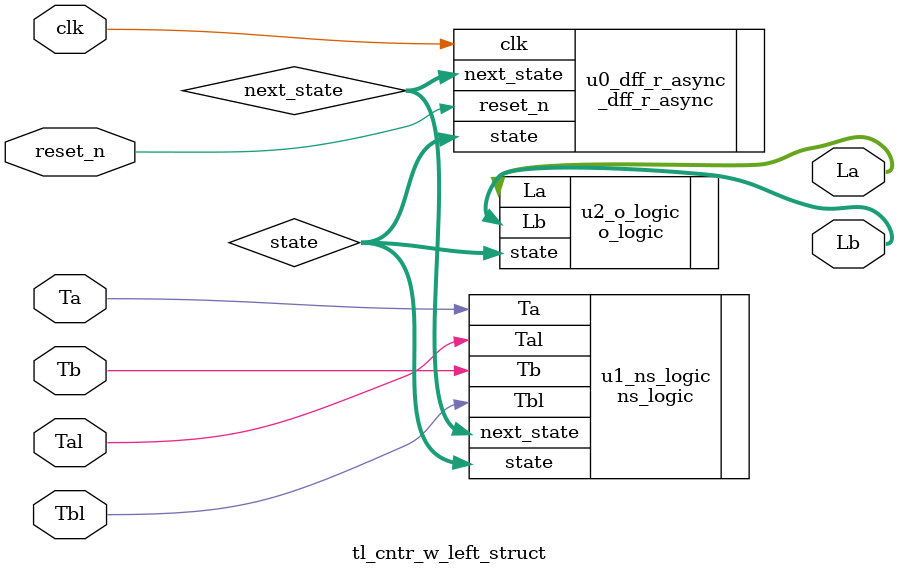
<source format=v>
module tl_cntr_w_left_struct(clk, reset_n, Ta, Tal, Tb, Tbl, La, Lb);
	input clk, reset_n;
	input Ta, Tal, Tb, Tbl;
	output [1:0] La, Lb;
	
	wire [2:0] state, next_state;
	
	// seperate filp flop part and combinational logic circuit part.
	// combinational logic circuit part is seperated ns_logic and o_logic.
	_dff_r_async u0_dff_r_async(.clk(clk), .reset_n(reset_n), .next_state(next_state), .state(state));
	ns_logic u1_ns_logic(.state(state), .Ta(Ta), .Tal(Tal), .Tb(Tb), .Tbl(Tbl), .next_state(next_state));
	o_logic u2_o_logic(.state(state), .La(La), .Lb(Lb));
endmodule

</source>
